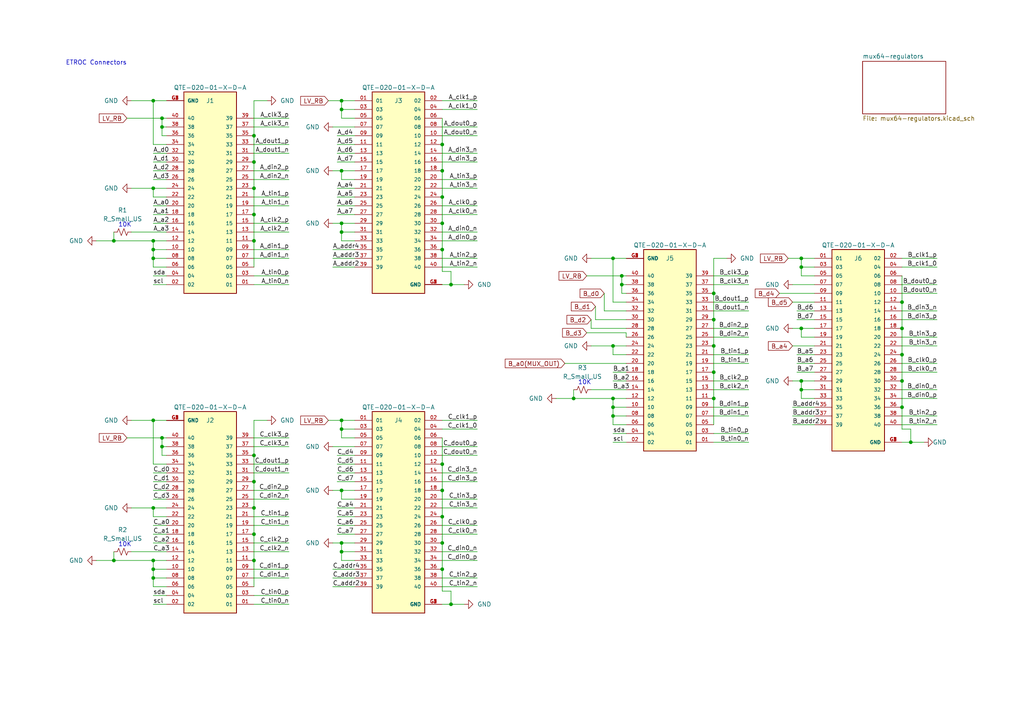
<source format=kicad_sch>
(kicad_sch (version 20211123) (generator eeschema)
  (paper "A4")
  (lib_symbols
    (symbol "Device:R_Small_US" (pin_numbers hide) (pin_names (offset 0.254) hide)
      (property "Reference" "R" (at 0.762 0.508 0))
      (property "Value" "R_Small_US" (at 0.762 -1.016 0))
      (symbol "R_Small_US_1_1"
        (polyline (pts (xy 0 0) (xy 1.016 -0.381) (xy 0 -0.762) (xy -1.016 -1.143) (xy 0 -1.524)))
        (polyline (pts (xy 0 1.524) (xy 1.016 1.143) (xy 0 0.762) (xy -1.016 0.381) (xy 0 0)))
        (pin passive line (at 0 2.54 270) (length 1.016) (name "~") (number "1"))
        (pin passive line (at 0 -2.54 90) (length 1.016) (name "~") (number "2"))
      )
    )
    (symbol "QTE-020-01-X-D-A:QTE-020-01-X-D-A" (pin_names (offset 1.016))
      (property "Reference" "J" (at -7.62 28.702 0))
      (property "Value" "QTE-020-01-X-D-A" (at -7.62 -31.242 0))
      (symbol "QTE-020-01-X-D-A_0_0"
        (rectangle (start -7.62 -30.48) (end 7.62 27.94) (stroke (width 0.254)) (fill (type background)))
        (pin passive line (at -12.7 25.4 0) (length 5.08) (name "01") (number "01"))
        (pin passive line (at 12.7 25.4 180) (length 5.08) (name "02") (number "02"))
        (pin passive line (at -12.7 22.86 0) (length 5.08) (name "03") (number "03"))
        (pin passive line (at 12.7 22.86 180) (length 5.08) (name "04") (number "04"))
        (pin passive line (at -12.7 20.32 0) (length 5.08) (name "05") (number "05"))
        (pin passive line (at 12.7 20.32 180) (length 5.08) (name "06") (number "06"))
        (pin passive line (at -12.7 17.78 0) (length 5.08) (name "07") (number "07"))
        (pin passive line (at 12.7 17.78 180) (length 5.08) (name "08") (number "08"))
        (pin passive line (at -12.7 15.24 0) (length 5.08) (name "09") (number "09"))
        (pin passive line (at 12.7 15.24 180) (length 5.08) (name "10") (number "10"))
        (pin passive line (at -12.7 12.7 0) (length 5.08) (name "11") (number "11"))
        (pin passive line (at 12.7 12.7 180) (length 5.08) (name "12") (number "12"))
        (pin passive line (at -12.7 10.16 0) (length 5.08) (name "13") (number "13"))
        (pin passive line (at 12.7 10.16 180) (length 5.08) (name "14") (number "14"))
        (pin passive line (at -12.7 7.62 0) (length 5.08) (name "15") (number "15"))
        (pin passive line (at 12.7 7.62 180) (length 5.08) (name "16") (number "16"))
        (pin passive line (at -12.7 5.08 0) (length 5.08) (name "17") (number "17"))
        (pin passive line (at 12.7 5.08 180) (length 5.08) (name "18") (number "18"))
        (pin passive line (at -12.7 2.54 0) (length 5.08) (name "19") (number "19"))
        (pin passive line (at 12.7 2.54 180) (length 5.08) (name "20") (number "20"))
        (pin passive line (at -12.7 0 0) (length 5.08) (name "21") (number "21"))
        (pin passive line (at 12.7 0 180) (length 5.08) (name "22") (number "22"))
        (pin passive line (at -12.7 -2.54 0) (length 5.08) (name "23") (number "23"))
        (pin passive line (at 12.7 -2.54 180) (length 5.08) (name "24") (number "24"))
        (pin passive line (at -12.7 -5.08 0) (length 5.08) (name "25") (number "25"))
        (pin passive line (at 12.7 -5.08 180) (length 5.08) (name "26") (number "26"))
        (pin passive line (at -12.7 -7.62 0) (length 5.08) (name "27") (number "27"))
        (pin passive line (at 12.7 -7.62 180) (length 5.08) (name "28") (number "28"))
        (pin passive line (at -12.7 -10.16 0) (length 5.08) (name "29") (number "29"))
        (pin passive line (at 12.7 -10.16 180) (length 5.08) (name "30") (number "30"))
        (pin passive line (at -12.7 -12.7 0) (length 5.08) (name "31") (number "31"))
        (pin passive line (at 12.7 -12.7 180) (length 5.08) (name "32") (number "32"))
        (pin passive line (at -12.7 -15.24 0) (length 5.08) (name "33") (number "33"))
        (pin passive line (at 12.7 -15.24 180) (length 5.08) (name "34") (number "34"))
        (pin passive line (at -12.7 -17.78 0) (length 5.08) (name "35") (number "35"))
        (pin passive line (at 12.7 -17.78 180) (length 5.08) (name "36") (number "36"))
        (pin passive line (at -12.7 -20.32 0) (length 5.08) (name "37") (number "37"))
        (pin passive line (at 12.7 -20.32 180) (length 5.08) (name "38") (number "38"))
        (pin passive line (at -12.7 -22.86 0) (length 5.08) (name "39") (number "39"))
        (pin passive line (at 12.7 -22.86 180) (length 5.08) (name "40") (number "40"))
        (pin power_in line (at 12.7 -27.94 180) (length 5.08) (name "GND") (number "G1"))
        (pin power_in line (at 12.7 -27.94 180) (length 5.08) (name "GND") (number "G2"))
        (pin power_in line (at 12.7 -27.94 180) (length 5.08) (name "GND") (number "G3"))
        (pin power_in line (at 12.7 -27.94 180) (length 5.08) (name "GND") (number "G4"))
      )
    )
    (symbol "power:GND" (power) (pin_names (offset 0))
      (property "Value" "GND" (at 0 -3.81 0))
      (symbol "GND_0_1"
        (polyline (pts (xy 0 0) (xy 0 -1.27) (xy 1.27 -1.27) (xy 0 -2.54) (xy -1.27 -1.27) (xy 0 -1.27)))
      )
      (symbol "GND_1_1"
        (pin power_in line (at 0 0 270) (length 0) hide (name "GND") (number "1"))
      )
    )
  )
  (junction (at 99.06 49.53))
  (junction (at 207.01 85.09))
  (junction (at 44.45 74.93))
  (junction (at 44.45 121.92))
  (junction (at 261.62 110.49))
  (junction (at 44.45 69.85))
  (junction (at 128.27 157.48))
  (junction (at 73.66 46.99))
  (junction (at 73.66 39.37))
  (junction (at 73.66 147.32))
  (junction (at 232.41 74.93))
  (junction (at 99.06 64.77))
  (junction (at 166.37 115.57))
  (junction (at 207.01 107.95))
  (junction (at 33.02 69.85))
  (junction (at 73.66 54.61))
  (junction (at 46.99 34.29))
  (junction (at 207.01 115.57))
  (junction (at 264.16 128.27))
  (junction (at 99.06 160.02))
  (junction (at 73.66 69.85))
  (junction (at 261.62 87.63))
  (junction (at 99.06 29.21))
  (junction (at 128.27 149.86))
  (junction (at 33.02 162.56))
  (junction (at 73.66 132.08))
  (junction (at 99.06 124.46))
  (junction (at 130.81 82.55))
  (junction (at 44.45 147.32))
  (junction (at 73.66 139.7))
  (junction (at 73.66 62.23))
  (junction (at 180.34 82.55))
  (junction (at 261.62 102.87))
  (junction (at 128.27 142.24))
  (junction (at 232.41 77.47))
  (junction (at 207.01 100.33))
  (junction (at 73.66 162.56))
  (junction (at 177.8 120.65))
  (junction (at 44.45 54.61))
  (junction (at 232.41 113.03))
  (junction (at 73.66 154.94))
  (junction (at 207.01 92.71))
  (junction (at 128.27 134.62))
  (junction (at 44.45 29.21))
  (junction (at 46.99 36.83))
  (junction (at 130.81 175.26))
  (junction (at 128.27 72.39))
  (junction (at 128.27 49.53))
  (junction (at 180.34 80.01))
  (junction (at 128.27 165.1))
  (junction (at 177.8 118.11))
  (junction (at 44.45 72.39))
  (junction (at 232.41 95.25))
  (junction (at 128.27 64.77))
  (junction (at 177.8 100.33))
  (junction (at 232.41 110.49))
  (junction (at 99.06 142.24))
  (junction (at 261.62 118.11))
  (junction (at 99.06 121.92))
  (junction (at 177.8 115.57))
  (junction (at 261.62 95.25))
  (junction (at 44.45 167.64))
  (junction (at 44.45 165.1))
  (junction (at 177.8 74.93))
  (junction (at 46.99 127))
  (junction (at 44.45 162.56))
  (junction (at 128.27 41.91))
  (junction (at 46.99 129.54))
  (junction (at 128.27 57.15))
  (junction (at 99.06 67.31))
  (junction (at 99.06 31.75))
  (junction (at 99.06 157.48))
  (wire (pts (xy 46.99 34.29) (xy 48.26 34.29)))
  (wire (pts (xy 97.79 41.91) (xy 102.87 41.91)))
  (wire (pts (xy 99.06 49.53) (xy 99.06 52.07)))
  (wire (pts (xy 44.45 170.18) (xy 48.26 170.18)))
  (wire (pts (xy 128.27 49.53) (xy 128.27 57.15)))
  (wire (pts (xy 96.52 64.77) (xy 99.06 64.77)))
  (wire (pts (xy 44.45 41.91) (xy 44.45 29.21)))
  (wire (pts (xy 38.1 147.32) (xy 44.45 147.32)))
  (wire (pts (xy 128.27 59.69) (xy 138.43 59.69)))
  (wire (pts (xy 231.14 92.71) (xy 236.22 92.71)))
  (wire (pts (xy 138.43 67.31) (xy 128.27 67.31)))
  (wire (pts (xy 271.78 113.03) (xy 261.62 113.03)))
  (wire (pts (xy 83.82 64.77) (xy 73.66 64.77)))
  (wire (pts (xy 170.18 96.52) (xy 181.61 96.52)))
  (wire (pts (xy 138.43 31.75) (xy 128.27 31.75)))
  (wire (pts (xy 138.43 36.83) (xy 128.27 36.83)))
  (wire (pts (xy 102.87 124.46) (xy 99.06 124.46)))
  (wire (pts (xy 73.66 162.56) (xy 73.66 170.18)))
  (wire (pts (xy 138.43 77.47) (xy 128.27 77.47)))
  (wire (pts (xy 138.43 170.18) (xy 128.27 170.18)))
  (wire (pts (xy 128.27 62.23) (xy 138.43 62.23)))
  (wire (pts (xy 128.27 157.48) (xy 128.27 165.1)))
  (wire (pts (xy 207.01 107.95) (xy 207.01 115.57)))
  (wire (pts (xy 180.34 80.01) (xy 181.61 80.01)))
  (wire (pts (xy 33.02 162.56) (xy 44.45 162.56)))
  (wire (pts (xy 73.66 46.99) (xy 73.66 54.61)))
  (wire (pts (xy 44.45 144.78) (xy 48.26 144.78)))
  (wire (pts (xy 44.45 69.85) (xy 44.45 72.39)))
  (wire (pts (xy 44.45 152.4) (xy 48.26 152.4)))
  (wire (pts (xy 44.45 165.1) (xy 48.26 165.1)))
  (wire (pts (xy 232.41 115.57) (xy 236.22 115.57)))
  (wire (pts (xy 99.06 144.78) (xy 102.87 144.78)))
  (wire (pts (xy 180.34 82.55) (xy 181.61 82.55)))
  (wire (pts (xy 264.16 128.27) (xy 267.97 128.27)))
  (wire (pts (xy 138.43 162.56) (xy 128.27 162.56)))
  (wire (pts (xy 130.81 171.45) (xy 128.27 171.45)))
  (wire (pts (xy 36.83 127) (xy 46.99 127)))
  (wire (pts (xy 99.06 121.92) (xy 102.87 121.92)))
  (wire (pts (xy 261.62 110.49) (xy 261.62 118.11)))
  (wire (pts (xy 217.17 97.79) (xy 207.01 97.79)))
  (wire (pts (xy 130.81 175.26) (xy 130.81 171.45)))
  (wire (pts (xy 83.82 160.02) (xy 73.66 160.02)))
  (wire (pts (xy 271.78 77.47) (xy 261.62 77.47)))
  (wire (pts (xy 73.66 69.85) (xy 73.66 77.47)))
  (wire (pts (xy 44.45 175.26) (xy 48.26 175.26)))
  (wire (pts (xy 96.52 72.39) (xy 102.87 72.39)))
  (wire (pts (xy 83.82 52.07) (xy 73.66 52.07)))
  (wire (pts (xy 83.82 41.91) (xy 73.66 41.91)))
  (wire (pts (xy 83.82 36.83) (xy 73.66 36.83)))
  (wire (pts (xy 97.79 39.37) (xy 102.87 39.37)))
  (wire (pts (xy 83.82 74.93) (xy 73.66 74.93)))
  (wire (pts (xy 232.41 110.49) (xy 232.41 113.03)))
  (wire (pts (xy 46.99 129.54) (xy 46.99 132.08)))
  (wire (pts (xy 261.62 128.27) (xy 264.16 128.27)))
  (wire (pts (xy 177.8 107.95) (xy 181.61 107.95)))
  (wire (pts (xy 232.41 113.03) (xy 232.41 115.57)))
  (wire (pts (xy 46.99 127) (xy 48.26 127)))
  (wire (pts (xy 231.14 102.87) (xy 236.22 102.87)))
  (wire (pts (xy 229.87 87.63) (xy 236.22 87.63)))
  (wire (pts (xy 226.06 85.09) (xy 236.22 85.09)))
  (wire (pts (xy 99.06 67.31) (xy 99.06 69.85)))
  (wire (pts (xy 217.17 128.27) (xy 207.01 128.27)))
  (wire (pts (xy 180.34 80.01) (xy 180.34 82.55)))
  (wire (pts (xy 83.82 67.31) (xy 73.66 67.31)))
  (wire (pts (xy 96.52 170.18) (xy 102.87 170.18)))
  (wire (pts (xy 83.82 82.55) (xy 73.66 82.55)))
  (wire (pts (xy 261.62 87.63) (xy 261.62 95.25)))
  (wire (pts (xy 128.27 152.4) (xy 138.43 152.4)))
  (wire (pts (xy 99.06 31.75) (xy 99.06 34.29)))
  (wire (pts (xy 27.94 69.85) (xy 33.02 69.85)))
  (wire (pts (xy 232.41 95.25) (xy 232.41 97.79)))
  (wire (pts (xy 138.43 160.02) (xy 128.27 160.02)))
  (wire (pts (xy 261.62 118.11) (xy 261.62 124.46)))
  (wire (pts (xy 38.1 54.61) (xy 44.45 54.61)))
  (wire (pts (xy 128.27 175.26) (xy 130.81 175.26)))
  (wire (pts (xy 177.8 118.11) (xy 177.8 120.65)))
  (wire (pts (xy 44.45 59.69) (xy 48.26 59.69)))
  (wire (pts (xy 44.45 57.15) (xy 48.26 57.15)))
  (wire (pts (xy 138.43 39.37) (xy 128.27 39.37)))
  (wire (pts (xy 48.26 134.62) (xy 44.45 134.62)))
  (wire (pts (xy 171.45 74.93) (xy 177.8 74.93)))
  (wire (pts (xy 44.45 29.21) (xy 48.26 29.21)))
  (wire (pts (xy 128.27 127) (xy 128.27 134.62)))
  (wire (pts (xy 207.01 100.33) (xy 207.01 107.95)))
  (wire (pts (xy 27.94 162.56) (xy 33.02 162.56)))
  (wire (pts (xy 99.06 29.21) (xy 99.06 31.75)))
  (wire (pts (xy 271.78 82.55) (xy 261.62 82.55)))
  (wire (pts (xy 38.1 67.31) (xy 48.26 67.31)))
  (wire (pts (xy 207.01 85.09) (xy 207.01 92.71)))
  (wire (pts (xy 36.83 34.29) (xy 46.99 34.29)))
  (wire (pts (xy 96.52 36.83) (xy 102.87 36.83)))
  (wire (pts (xy 83.82 57.15) (xy 73.66 57.15)))
  (wire (pts (xy 44.45 62.23) (xy 48.26 62.23)))
  (wire (pts (xy 33.02 69.85) (xy 44.45 69.85)))
  (wire (pts (xy 217.17 125.73) (xy 207.01 125.73)))
  (wire (pts (xy 217.17 90.17) (xy 207.01 90.17)))
  (wire (pts (xy 261.62 80.01) (xy 261.62 87.63)))
  (wire (pts (xy 44.45 72.39) (xy 44.45 74.93)))
  (wire (pts (xy 97.79 134.62) (xy 102.87 134.62)))
  (wire (pts (xy 83.82 172.72) (xy 73.66 172.72)))
  (wire (pts (xy 171.45 95.25) (xy 181.61 95.25)))
  (wire (pts (xy 46.99 127) (xy 46.99 129.54)))
  (wire (pts (xy 99.06 142.24) (xy 99.06 144.78)))
  (wire (pts (xy 264.16 128.27) (xy 264.16 124.46)))
  (wire (pts (xy 138.43 52.07) (xy 128.27 52.07)))
  (wire (pts (xy 177.8 118.11) (xy 181.61 118.11)))
  (wire (pts (xy 99.06 157.48) (xy 102.87 157.48)))
  (wire (pts (xy 96.52 129.54) (xy 102.87 129.54)))
  (wire (pts (xy 44.45 149.86) (xy 48.26 149.86)))
  (wire (pts (xy 172.72 88.9) (xy 172.72 92.71)))
  (wire (pts (xy 271.78 74.93) (xy 261.62 74.93)))
  (wire (pts (xy 44.45 162.56) (xy 48.26 162.56)))
  (wire (pts (xy 231.14 107.95) (xy 236.22 107.95)))
  (wire (pts (xy 177.8 100.33) (xy 177.8 102.87)))
  (wire (pts (xy 271.78 115.57) (xy 261.62 115.57)))
  (wire (pts (xy 44.45 77.47) (xy 48.26 77.47)))
  (wire (pts (xy 99.06 29.21) (xy 102.87 29.21)))
  (wire (pts (xy 171.45 113.03) (xy 181.61 113.03)))
  (wire (pts (xy 44.45 147.32) (xy 44.45 149.86)))
  (wire (pts (xy 83.82 80.01) (xy 73.66 80.01)))
  (wire (pts (xy 99.06 124.46) (xy 99.06 127)))
  (wire (pts (xy 217.17 102.87) (xy 207.01 102.87)))
  (wire (pts (xy 138.43 121.92) (xy 128.27 121.92)))
  (wire (pts (xy 73.66 29.21) (xy 77.47 29.21)))
  (wire (pts (xy 138.43 74.93) (xy 128.27 74.93)))
  (wire (pts (xy 38.1 160.02) (xy 48.26 160.02)))
  (wire (pts (xy 83.82 137.16) (xy 73.66 137.16)))
  (wire (pts (xy 38.1 29.21) (xy 44.45 29.21)))
  (wire (pts (xy 217.17 113.03) (xy 207.01 113.03)))
  (wire (pts (xy 177.8 128.27) (xy 181.61 128.27)))
  (wire (pts (xy 128.27 154.94) (xy 138.43 154.94)))
  (wire (pts (xy 232.41 95.25) (xy 236.22 95.25)))
  (wire (pts (xy 177.8 74.93) (xy 181.61 74.93)))
  (wire (pts (xy 217.17 87.63) (xy 207.01 87.63)))
  (wire (pts (xy 172.72 92.71) (xy 181.61 92.71)))
  (wire (pts (xy 83.82 142.24) (xy 73.66 142.24)))
  (wire (pts (xy 96.52 167.64) (xy 102.87 167.64)))
  (wire (pts (xy 166.37 113.03) (xy 166.37 115.57)))
  (wire (pts (xy 207.01 74.93) (xy 207.01 85.09)))
  (wire (pts (xy 261.62 95.25) (xy 261.62 102.87)))
  (wire (pts (xy 46.99 34.29) (xy 46.99 36.83)))
  (wire (pts (xy 46.99 39.37) (xy 48.26 39.37)))
  (wire (pts (xy 236.22 80.01) (xy 232.41 80.01)))
  (wire (pts (xy 83.82 72.39) (xy 73.66 72.39)))
  (wire (pts (xy 97.79 152.4) (xy 102.87 152.4)))
  (wire (pts (xy 177.8 110.49) (xy 181.61 110.49)))
  (wire (pts (xy 163.83 105.41) (xy 181.61 105.41)))
  (wire (pts (xy 44.45 74.93) (xy 48.26 74.93)))
  (wire (pts (xy 99.06 162.56) (xy 102.87 162.56)))
  (wire (pts (xy 232.41 110.49) (xy 236.22 110.49)))
  (wire (pts (xy 180.34 85.09) (xy 181.61 85.09)))
  (wire (pts (xy 177.8 100.33) (xy 181.61 100.33)))
  (wire (pts (xy 73.66 147.32) (xy 73.66 154.94)))
  (wire (pts (xy 232.41 97.79) (xy 236.22 97.79)))
  (wire (pts (xy 95.25 29.21) (xy 99.06 29.21)))
  (wire (pts (xy 207.01 115.57) (xy 207.01 123.19)))
  (wire (pts (xy 264.16 124.46) (xy 261.62 124.46)))
  (wire (pts (xy 128.27 149.86) (xy 128.27 157.48)))
  (wire (pts (xy 97.79 137.16) (xy 102.87 137.16)))
  (wire (pts (xy 44.45 147.32) (xy 48.26 147.32)))
  (wire (pts (xy 128.27 165.1) (xy 128.27 171.45)))
  (wire (pts (xy 130.81 175.26) (xy 134.62 175.26)))
  (wire (pts (xy 44.45 154.94) (xy 48.26 154.94)))
  (wire (pts (xy 231.14 90.17) (xy 236.22 90.17)))
  (wire (pts (xy 180.34 82.55) (xy 180.34 85.09)))
  (wire (pts (xy 83.82 49.53) (xy 73.66 49.53)))
  (wire (pts (xy 97.79 46.99) (xy 102.87 46.99)))
  (wire (pts (xy 73.66 29.21) (xy 73.66 39.37)))
  (wire (pts (xy 83.82 149.86) (xy 73.66 149.86)))
  (wire (pts (xy 44.45 165.1) (xy 44.45 167.64)))
  (wire (pts (xy 83.82 127) (xy 73.66 127)))
  (wire (pts (xy 166.37 115.57) (xy 177.8 115.57)))
  (wire (pts (xy 38.1 121.92) (xy 44.45 121.92)))
  (wire (pts (xy 83.82 175.26) (xy 73.66 175.26)))
  (wire (pts (xy 138.43 44.45) (xy 128.27 44.45)))
  (wire (pts (xy 44.45 167.64) (xy 44.45 170.18)))
  (wire (pts (xy 44.45 162.56) (xy 44.45 165.1)))
  (wire (pts (xy 175.26 90.17) (xy 181.61 90.17)))
  (wire (pts (xy 83.82 167.64) (xy 73.66 167.64)))
  (wire (pts (xy 271.78 120.65) (xy 261.62 120.65)))
  (wire (pts (xy 44.45 134.62) (xy 44.45 121.92)))
  (wire (pts (xy 102.87 160.02) (xy 99.06 160.02)))
  (wire (pts (xy 217.17 95.25) (xy 207.01 95.25)))
  (wire (pts (xy 102.87 31.75) (xy 99.06 31.75)))
  (wire (pts (xy 44.45 69.85) (xy 48.26 69.85)))
  (wire (pts (xy 73.66 62.23) (xy 73.66 69.85)))
  (wire (pts (xy 217.17 110.49) (xy 207.01 110.49)))
  (wire (pts (xy 128.27 41.91) (xy 128.27 49.53)))
  (wire (pts (xy 130.81 82.55) (xy 130.81 78.74)))
  (wire (pts (xy 83.82 129.54) (xy 73.66 129.54)))
  (wire (pts (xy 99.06 69.85) (xy 102.87 69.85)))
  (wire (pts (xy 271.78 123.19) (xy 261.62 123.19)))
  (wire (pts (xy 229.87 110.49) (xy 232.41 110.49)))
  (wire (pts (xy 97.79 154.94) (xy 102.87 154.94)))
  (wire (pts (xy 271.78 97.79) (xy 261.62 97.79)))
  (wire (pts (xy 177.8 123.19) (xy 181.61 123.19)))
  (wire (pts (xy 130.81 78.74) (xy 128.27 78.74)))
  (wire (pts (xy 44.45 82.55) (xy 48.26 82.55)))
  (wire (pts (xy 73.66 132.08) (xy 73.66 139.7)))
  (wire (pts (xy 261.62 107.95) (xy 271.78 107.95)))
  (wire (pts (xy 46.99 132.08) (xy 48.26 132.08)))
  (wire (pts (xy 177.8 120.65) (xy 177.8 123.19)))
  (wire (pts (xy 171.45 92.71) (xy 171.45 95.25)))
  (wire (pts (xy 44.45 142.24) (xy 48.26 142.24)))
  (wire (pts (xy 44.45 52.07) (xy 48.26 52.07)))
  (wire (pts (xy 44.45 172.72) (xy 48.26 172.72)))
  (wire (pts (xy 96.52 157.48) (xy 99.06 157.48)))
  (wire (pts (xy 97.79 149.86) (xy 102.87 149.86)))
  (wire (pts (xy 138.43 29.21) (xy 128.27 29.21)))
  (wire (pts (xy 217.17 80.01) (xy 207.01 80.01)))
  (wire (pts (xy 177.8 87.63) (xy 177.8 74.93)))
  (wire (pts (xy 97.79 147.32) (xy 102.87 147.32)))
  (wire (pts (xy 44.45 167.64) (xy 48.26 167.64)))
  (wire (pts (xy 44.45 74.93) (xy 44.45 77.47)))
  (wire (pts (xy 171.45 100.33) (xy 177.8 100.33)))
  (wire (pts (xy 99.06 121.92) (xy 99.06 124.46)))
  (wire (pts (xy 73.66 121.92) (xy 77.47 121.92)))
  (wire (pts (xy 44.45 72.39) (xy 48.26 72.39)))
  (wire (pts (xy 229.87 118.11) (xy 236.22 118.11)))
  (wire (pts (xy 99.06 52.07) (xy 102.87 52.07)))
  (wire (pts (xy 73.66 139.7) (xy 73.66 147.32)))
  (wire (pts (xy 96.52 142.24) (xy 99.06 142.24)))
  (wire (pts (xy 161.29 115.57) (xy 166.37 115.57)))
  (wire (pts (xy 73.66 121.92) (xy 73.66 132.08)))
  (wire (pts (xy 44.45 64.77) (xy 48.26 64.77)))
  (wire (pts (xy 229.87 120.65) (xy 236.22 120.65)))
  (wire (pts (xy 73.66 154.94) (xy 73.66 162.56)))
  (wire (pts (xy 44.45 46.99) (xy 48.26 46.99)))
  (wire (pts (xy 73.66 54.61) (xy 73.66 62.23)))
  (wire (pts (xy 138.43 129.54) (xy 128.27 129.54)))
  (wire (pts (xy 236.22 113.03) (xy 232.41 113.03)))
  (wire (pts (xy 236.22 77.47) (xy 232.41 77.47)))
  (wire (pts (xy 271.78 92.71) (xy 261.62 92.71)))
  (wire (pts (xy 232.41 74.93) (xy 232.41 77.47)))
  (wire (pts (xy 99.06 142.24) (xy 102.87 142.24)))
  (wire (pts (xy 83.82 157.48) (xy 73.66 157.48)))
  (wire (pts (xy 177.8 115.57) (xy 177.8 118.11)))
  (wire (pts (xy 128.27 34.29) (xy 128.27 41.91)))
  (wire (pts (xy 44.45 157.48) (xy 48.26 157.48)))
  (wire (pts (xy 46.99 129.54) (xy 48.26 129.54)))
  (wire (pts (xy 138.43 69.85) (xy 128.27 69.85)))
  (wire (pts (xy 138.43 132.08) (xy 128.27 132.08)))
  (wire (pts (xy 130.81 82.55) (xy 134.62 82.55)))
  (wire (pts (xy 229.87 95.25) (xy 232.41 95.25)))
  (wire (pts (xy 44.45 80.01) (xy 48.26 80.01)))
  (wire (pts (xy 138.43 46.99) (xy 128.27 46.99)))
  (wire (pts (xy 99.06 64.77) (xy 99.06 67.31)))
  (wire (pts (xy 97.79 44.45) (xy 102.87 44.45)))
  (wire (pts (xy 217.17 105.41) (xy 207.01 105.41)))
  (wire (pts (xy 170.18 80.01) (xy 180.34 80.01)))
  (wire (pts (xy 83.82 152.4) (xy 73.66 152.4)))
  (wire (pts (xy 177.8 125.73) (xy 181.61 125.73)))
  (wire (pts (xy 73.66 39.37) (xy 73.66 46.99)))
  (wire (pts (xy 138.43 147.32) (xy 128.27 147.32)))
  (wire (pts (xy 44.45 54.61) (xy 44.45 57.15)))
  (wire (pts (xy 181.61 96.52) (xy 181.61 97.79)))
  (wire (pts (xy 44.45 137.16) (xy 48.26 137.16)))
  (wire (pts (xy 95.25 121.92) (xy 99.06 121.92)))
  (wire (pts (xy 261.62 105.41) (xy 271.78 105.41)))
  (wire (pts (xy 217.17 118.11) (xy 207.01 118.11)))
  (wire (pts (xy 138.43 144.78) (xy 128.27 144.78)))
  (wire (pts (xy 102.87 127) (xy 99.06 127)))
  (wire (pts (xy 97.79 132.08) (xy 102.87 132.08)))
  (wire (pts (xy 207.01 92.71) (xy 207.01 100.33)))
  (wire (pts (xy 83.82 34.29) (xy 73.66 34.29)))
  (wire (pts (xy 181.61 87.63) (xy 177.8 87.63)))
  (wire (pts (xy 271.78 100.33) (xy 261.62 100.33)))
  (wire (pts (xy 97.79 57.15) (xy 102.87 57.15)))
  (wire (pts (xy 44.45 139.7) (xy 48.26 139.7)))
  (wire (pts (xy 102.87 34.29) (xy 99.06 34.29)))
  (wire (pts (xy 232.41 77.47) (xy 232.41 80.01)))
  (wire (pts (xy 96.52 74.93) (xy 102.87 74.93)))
  (wire (pts (xy 99.06 64.77) (xy 102.87 64.77)))
  (wire (pts (xy 217.17 120.65) (xy 207.01 120.65)))
  (wire (pts (xy 128.27 82.55) (xy 130.81 82.55)))
  (wire (pts (xy 83.82 165.1) (xy 73.66 165.1)))
  (wire (pts (xy 207.01 74.93) (xy 210.82 74.93)))
  (wire (pts (xy 138.43 124.46) (xy 128.27 124.46)))
  (wire (pts (xy 232.41 74.93) (xy 236.22 74.93)))
  (wire (pts (xy 99.06 160.02) (xy 99.06 162.56)))
  (wire (pts (xy 46.99 36.83) (xy 46.99 39.37)))
  (wire (pts (xy 271.78 85.09) (xy 261.62 85.09)))
  (wire (pts (xy 44.45 44.45) (xy 48.26 44.45)))
  (wire (pts (xy 128.27 72.39) (xy 128.27 78.74)))
  (wire (pts (xy 46.99 36.83) (xy 48.26 36.83)))
  (wire (pts (xy 229.87 123.19) (xy 236.22 123.19)))
  (wire (pts (xy 138.43 54.61) (xy 128.27 54.61)))
  (wire (pts (xy 97.79 54.61) (xy 102.87 54.61)))
  (wire (pts (xy 261.62 102.87) (xy 261.62 110.49)))
  (wire (pts (xy 44.45 121.92) (xy 48.26 121.92)))
  (wire (pts (xy 48.26 41.91) (xy 44.45 41.91)))
  (wire (pts (xy 33.02 160.02) (xy 33.02 162.56)))
  (wire (pts (xy 102.87 67.31) (xy 99.06 67.31)))
  (wire (pts (xy 175.26 85.09) (xy 175.26 90.17)))
  (wire (pts (xy 96.52 77.47) (xy 102.87 77.47)))
  (wire (pts (xy 128.27 134.62) (xy 128.27 142.24)))
  (wire (pts (xy 217.17 82.55) (xy 207.01 82.55)))
  (wire (pts (xy 83.82 144.78) (xy 73.66 144.78)))
  (wire (pts (xy 138.43 167.64) (xy 128.27 167.64)))
  (wire (pts (xy 138.43 139.7) (xy 128.27 139.7)))
  (wire (pts (xy 99.06 157.48) (xy 99.06 160.02)))
  (wire (pts (xy 83.82 59.69) (xy 73.66 59.69)))
  (wire (pts (xy 128.27 64.77) (xy 128.27 72.39)))
  (wire (pts (xy 97.79 62.23) (xy 102.87 62.23)))
  (wire (pts (xy 44.45 54.61) (xy 48.26 54.61)))
  (wire (pts (xy 97.79 139.7) (xy 102.87 139.7)))
  (wire (pts (xy 128.27 57.15) (xy 128.27 64.77)))
  (wire (pts (xy 177.8 120.65) (xy 181.61 120.65)))
  (wire (pts (xy 44.45 49.53) (xy 48.26 49.53)))
  (wire (pts (xy 231.14 105.41) (xy 236.22 105.41)))
  (wire (pts (xy 83.82 134.62) (xy 73.66 134.62)))
  (wire (pts (xy 228.6 74.93) (xy 232.41 74.93)))
  (wire (pts (xy 96.52 49.53) (xy 99.06 49.53)))
  (wire (pts (xy 97.79 59.69) (xy 102.87 59.69)))
  (wire (pts (xy 99.06 49.53) (xy 102.87 49.53)))
  (wire (pts (xy 229.87 100.33) (xy 236.22 100.33)))
  (wire (pts (xy 271.78 90.17) (xy 261.62 90.17)))
  (wire (pts (xy 229.87 82.55) (xy 236.22 82.55)))
  (wire (pts (xy 33.02 67.31) (xy 33.02 69.85)))
  (wire (pts (xy 177.8 102.87) (xy 181.61 102.87)))
  (wire (pts (xy 177.8 115.57) (xy 181.61 115.57)))
  (wire (pts (xy 83.82 44.45) (xy 73.66 44.45)))
  (wire (pts (xy 96.52 165.1) (xy 102.87 165.1)))
  (wire (pts (xy 138.43 137.16) (xy 128.27 137.16)))
  (wire (pts (xy 128.27 142.24) (xy 128.27 149.86)))
  (text "ETROC Connectors" (at 19.05 19.05 0) (effects (font (size 1.27 1.27)) (justify left bottom)))
  (text "10K" (at 34.29 158.75 0) (effects (font (size 1.27 1.27)) (justify left bottom)))
  (text "10K" (at 34.29 66.04 0) (effects (font (size 1.27 1.27)) (justify left bottom)))
  (text "10K" (at 167.64 111.76 0) (effects (font (size 1.27 1.27)) (justify left bottom)))
  (label "A_d5" (at 97.79 41.91 0))
  (label "A_d0" (at 44.45 44.45 0))
  (label "B_a1" (at 177.8 107.95 0))
  (label "C_d6" (at 97.79 137.16 0))
  (label "B_tin3_p" (at 271.78 97.79 180))
  (label "scl" (at 44.45 82.55 0))
  (label "B_tin3_n" (at 271.78 100.33 180))
  (label "C_din2_p" (at 83.82 142.24 180))
  (label "scl" (at 44.45 175.26 0))
  (label "A_clk3_p" (at 83.82 34.29 180))
  (label "A_a1" (at 44.45 62.23 0))
  (label "B_clk0_p" (at 271.78 105.41 180))
  (label "C_din0_p" (at 138.43 162.56 180))
  (label "A_din3_p" (at 138.43 46.99 180))
  (label "C_tin1_n" (at 83.82 152.4 180))
  (label "A_din2_p" (at 83.82 49.53 180))
  (label "A_a0" (at 44.45 59.69 0))
  (label "C_din3_n" (at 138.43 137.16 180))
  (label "C_clk2_n" (at 83.82 160.02 180))
  (label "A_tin0_n" (at 83.82 82.55 180))
  (label "B_din2_n" (at 217.17 97.79 180))
  (label "B_addr2" (at 229.87 123.19 0))
  (label "B_dout1_n" (at 217.17 90.17 180))
  (label "A_d6" (at 97.79 44.45 0))
  (label "C_a3" (at 44.45 160.02 0))
  (label "A_clk0_p" (at 138.43 59.69 180))
  (label "C_addr3" (at 96.52 167.64 0))
  (label "C_dout0_p" (at 138.43 129.54 180))
  (label "C_dout0_n" (at 138.43 132.08 180))
  (label "A_d2" (at 44.45 49.53 0))
  (label "A_tin1_n" (at 83.82 59.69 180))
  (label "C_din1_n" (at 83.82 167.64 180))
  (label "A_tin1_p" (at 83.82 57.15 180))
  (label "B_clk2_p" (at 217.17 110.49 180))
  (label "A_dout0_n" (at 138.43 39.37 180))
  (label "A_dout1_p" (at 83.82 41.91 180))
  (label "A_tin2_p" (at 138.43 74.93 180))
  (label "A_a7" (at 97.79 62.23 0))
  (label "scl" (at 177.8 128.27 0))
  (label "C_addr4" (at 96.52 165.1 0))
  (label "B_a6" (at 231.14 105.41 0))
  (label "B_tin0_n" (at 217.17 128.27 180))
  (label "C_d4" (at 97.79 132.08 0))
  (label "C_a2" (at 44.45 157.48 0))
  (label "B_a5" (at 231.14 102.87 0))
  (label "C_d1" (at 44.45 139.7 0))
  (label "B_d7" (at 231.14 92.71 0))
  (label "C_clk0_p" (at 138.43 152.4 180))
  (label "C_tin0_p" (at 83.82 172.72 180))
  (label "sda" (at 44.45 80.01 0))
  (label "C_d2" (at 44.45 142.24 0))
  (label "C_d0" (at 44.45 137.16 0))
  (label "A_addr4" (at 96.52 72.39 0))
  (label "B_tin0_p" (at 217.17 125.73 180))
  (label "C_clk3_n" (at 83.82 129.54 180))
  (label "C_clk1_0" (at 138.43 124.46 180))
  (label "A_tin2_n" (at 138.43 77.47 180))
  (label "sda" (at 44.45 172.72 0))
  (label "C_d7" (at 97.79 139.7 0))
  (label "C_a4" (at 97.79 147.32 0))
  (label "B_dout1_p" (at 217.17 87.63 180))
  (label "B_dout0_p" (at 271.78 82.55 180))
  (label "A_dout0_p" (at 138.43 36.83 180))
  (label "B_din3_n" (at 271.78 90.17 180))
  (label "A_clk2_n" (at 83.82 67.31 180))
  (label "C_clk3_p" (at 83.82 127 180))
  (label "B_din0_p" (at 271.78 115.57 180))
  (label "C_dout1_n" (at 83.82 137.16 180))
  (label "C_dout1_p" (at 83.82 134.62 180))
  (label "B_clk1_0" (at 271.78 77.47 180))
  (label "C_tin2_n" (at 138.43 170.18 180))
  (label "A_din0_n" (at 138.43 67.31 180))
  (label "C_din1_p" (at 83.82 165.1 180))
  (label "A_clk3_n" (at 83.82 36.83 180))
  (label "C_tin3_n" (at 138.43 147.32 180))
  (label "B_clk2_n" (at 217.17 113.03 180))
  (label "C_a5" (at 97.79 149.86 0))
  (label "C_din3_p" (at 138.43 139.7 180))
  (label "A_clk1_0" (at 138.43 31.75 180))
  (label "C_d3" (at 44.45 144.78 0))
  (label "C_a0" (at 44.45 152.4 0))
  (label "C_d5" (at 97.79 134.62 0))
  (label "A_d1" (at 44.45 46.99 0))
  (label "B_din3_p" (at 271.78 92.71 180))
  (label "A_a5" (at 97.79 57.15 0))
  (label "A_din0_p" (at 138.43 69.85 180))
  (label "B_din1_p" (at 217.17 118.11 180))
  (label "C_addr2" (at 96.52 170.18 0))
  (label "A_dout1_n" (at 83.82 44.45 180))
  (label "A_din2_n" (at 83.82 52.07 180))
  (label "A_clk1_p" (at 138.43 29.21 180))
  (label "B_clk0_n" (at 271.78 107.95 180))
  (label "A_tin3_n" (at 138.43 54.61 180))
  (label "A_d4" (at 97.79 39.37 0))
  (label "C_tin0_n" (at 83.82 175.26 180))
  (label "A_a3" (at 44.45 67.31 0))
  (label "B_tin1_n" (at 217.17 105.41 180))
  (label "B_clk3_p" (at 217.17 80.01 180))
  (label "C_tin1_p" (at 83.82 149.86 180))
  (label "C_tin2_p" (at 138.43 167.64 180))
  (label "A_a4" (at 97.79 54.61 0))
  (label "C_a1" (at 44.45 154.94 0))
  (label "B_d6" (at 231.14 90.17 0))
  (label "B_a7" (at 231.14 107.95 0))
  (label "B_a3" (at 177.8 113.03 0))
  (label "B_dout0_n" (at 271.78 85.09 180))
  (label "B_tin1_p" (at 217.17 102.87 180))
  (label "C_clk2_p" (at 83.82 157.48 180))
  (label "B_din1_n" (at 217.17 120.65 180))
  (label "B_din2_p" (at 217.17 95.25 180))
  (label "C_din2_n" (at 83.82 144.78 180))
  (label "A_a6" (at 97.79 59.69 0))
  (label "A_din1_p" (at 83.82 72.39 180))
  (label "C_din0_n" (at 138.43 160.02 180))
  (label "A_a2" (at 44.45 64.77 0))
  (label "A_din1_n" (at 83.82 74.93 180))
  (label "C_clk0_n" (at 138.43 154.94 180))
  (label "B_clk3_n" (at 217.17 82.55 180))
  (label "A_tin3_p" (at 138.43 52.07 180))
  (label "A_clk2_p" (at 83.82 64.77 180))
  (label "B_addr3" (at 229.87 120.65 0))
  (label "B_tin2_p" (at 271.78 120.65 180))
  (label "C_clk1_p" (at 138.43 121.92 180))
  (label "A_addr2" (at 96.52 77.47 0))
  (label "B_a2" (at 177.8 110.49 0))
  (label "A_tin0_p" (at 83.82 80.01 180))
  (label "C_a7" (at 97.79 154.94 0))
  (label "A_clk0_n" (at 138.43 62.23 180))
  (label "C_a6" (at 97.79 152.4 0))
  (label "B_tin2_n" (at 271.78 123.19 180))
  (label "C_tin3_p" (at 138.43 144.78 180))
  (label "B_clk1_p" (at 271.78 74.93 180))
  (label "sda" (at 177.8 125.73 0))
  (label "A_d3" (at 44.45 52.07 0))
  (label "A_din3_n" (at 138.43 44.45 180))
  (label "A_d7" (at 97.79 46.99 0))
  (label "B_din0_n" (at 271.78 113.03 180))
  (label "A_addr3" (at 96.52 74.93 0))
  (label "B_addr4" (at 229.87 118.11 0))
  (global_label "LV_RB" (shape input) (at 36.83 127 180) (property "Intersheet References" "${INTERSHEET_REFS}" (effects hide)))
  (global_label "LV_RB" (shape input) (at 228.6 74.93 180) (property "Intersheet References" "${INTERSHEET_REFS}" (effects hide)))
  (global_label "LV_RB" (shape input) (at 95.25 29.21 180) (property "Intersheet References" "${INTERSHEET_REFS}" (effects hide)))
  (global_label "LV_RB" (shape input) (at 170.18 80.01 180) (property "Intersheet References" "${INTERSHEET_REFS}" (effects hide)))
  (global_label "B_a4" (shape input) (at 229.87 100.33 180) (property "Intersheet References" "${INTERSHEET_REFS}" (effects hide)))
  (global_label "B_d3" (shape input) (at 170.18 96.52 180) (property "Intersheet References" "${INTERSHEET_REFS}" (effects hide)))
  (global_label "LV_RB" (shape input) (at 95.25 121.92 180) (property "Intersheet References" "${INTERSHEET_REFS}" (effects hide)))
  (global_label "B_d1" (shape input) (at 172.72 88.9 180) (property "Intersheet References" "${INTERSHEET_REFS}" (effects hide)))
  (global_label "B_a0(MUX_OUT)" (shape input) (at 163.83 105.41 180) (property "Intersheet References" "${INTERSHEET_REFS}" (effects hide)))
  (global_label "B_d0" (shape input) (at 175.26 85.09 180) (property "Intersheet References" "${INTERSHEET_REFS}" (effects hide)))
  (global_label "B_d4" (shape input) (at 226.06 85.09 180) (property "Intersheet References" "${INTERSHEET_REFS}" (effects hide)))
  (global_label "B_d5" (shape input) (at 229.87 87.63 180) (property "Intersheet References" "${INTERSHEET_REFS}" (effects hide)))
  (global_label "B_d2" (shape input) (at 171.45 92.71 180) (property "Intersheet References" "${INTERSHEET_REFS}" (effects hide)))
  (global_label "LV_RB" (shape input) (at 36.83 34.29 180) (property "Intersheet References" "${INTERSHEET_REFS}" (effects hide)))
  (symbol (lib_id "QTE-020-01-X-D-A:QTE-020-01-X-D-A") (at 115.57 54.61 0) (unit 1)
    (property "Reference" "J3" (at 115.57 29.21 0))
    (property "Value" "QTE-020-01-X-D-A" (at 115.57 25.4 0))
    (property "Footprint" "QTE-020-01-X-D-A:SAMTEC_QTE-020-01-X-D-A" (effects hide))
    (property "STANDARD" "Manufacturer Recommendations" (effects hide))
    (property "MANUFACTURER" "Samtec" (effects hide))
    (property "PARTREV" "K" (effects hide))
    (property "MAXIMUM_PACKAGE_HEIGHT" "4.347 mm" (effects hide))
  )
  (symbol (lib_id "power:GND") (at 96.52 36.83 270) (unit 1)
    (property "Reference" "#PWR0121" (effects hide))
    (property "Value" "GND" (at 92.71 36.8299 90) (effects (justify right)))
  )
  (symbol (lib_id "power:GND") (at 27.94 162.56 270) (unit 1)
    (property "Reference" "#PWR0101" (effects hide))
    (property "Value" "GND" (at 24.13 162.5599 90) (effects (justify right)))
  )
  (symbol (lib_id "power:GND") (at 229.87 95.25 270) (unit 1)
    (property "Reference" "#PWR0114" (effects hide))
    (property "Value" "GND" (at 226.06 95.2499 90) (effects (justify right)))
  )
  (symbol (lib_id "power:GND") (at 38.1 54.61 270) (unit 1)
    (property "Reference" "#PWR0123" (effects hide))
    (property "Value" "GND" (at 34.29 54.6099 90) (effects (justify right)))
  )
  (symbol (lib_id "power:GND") (at 77.47 29.21 90) (unit 1)
    (property "Reference" "#PWR0120" (effects hide))
    (property "Value" "GND" (at 81.28 29.2099 90) (effects (justify right)))
  )
  (symbol (lib_id "QTE-020-01-X-D-A:QTE-020-01-X-D-A") (at 60.96 149.86 180) (unit 1)
    (property "Reference" "J2" (at 60.96 121.92 0))
    (property "Value" "QTE-020-01-X-D-A" (at 60.96 118.11 0))
    (property "Footprint" "QTE-020-01-X-D-A:SAMTEC_QTE-020-01-X-D-A" (effects hide))
    (property "STANDARD" "Manufacturer Recommendations" (effects hide))
    (property "MANUFACTURER" "Samtec" (effects hide))
    (property "PARTREV" "K" (effects hide))
    (property "MAXIMUM_PACKAGE_HEIGHT" "4.347 mm" (effects hide))
  )
  (symbol (lib_id "power:GND") (at 161.29 115.57 270) (unit 1)
    (property "Reference" "#PWR0109" (effects hide))
    (property "Value" "GND" (at 157.48 115.5699 90) (effects (justify right)))
  )
  (symbol (lib_id "power:GND") (at 38.1 29.21 270) (unit 1)
    (property "Reference" "#PWR0124" (effects hide))
    (property "Value" "GND" (at 34.29 29.2099 90) (effects (justify right)))
  )
  (symbol (lib_id "power:GND") (at 27.94 69.85 270) (unit 1)
    (property "Reference" "#PWR0122" (effects hide))
    (property "Value" "GND" (at 24.13 69.8499 90) (effects (justify right)))
  )
  (symbol (lib_id "power:GND") (at 171.45 74.93 270) (unit 1)
    (property "Reference" "#PWR0110" (effects hide))
    (property "Value" "GND" (at 167.64 74.9299 90) (effects (justify right)))
  )
  (symbol (lib_id "QTE-020-01-X-D-A:QTE-020-01-X-D-A") (at 248.92 100.33 0) (unit 1)
    (property "Reference" "J6" (at 248.92 74.93 0))
    (property "Value" "QTE-020-01-X-D-A" (at 248.92 71.12 0))
    (property "Footprint" "QTE-020-01-X-D-A:SAMTEC_QTE-020-01-X-D-A" (effects hide))
    (property "STANDARD" "Manufacturer Recommendations" (effects hide))
    (property "MANUFACTURER" "Samtec" (effects hide))
    (property "PARTREV" "K" (effects hide))
    (property "MAXIMUM_PACKAGE_HEIGHT" "4.347 mm" (effects hide))
  )
  (symbol (lib_id "power:GND") (at 38.1 147.32 270) (unit 1)
    (property "Reference" "#PWR0104" (effects hide))
    (property "Value" "GND" (at 34.29 147.3199 90) (effects (justify right)))
  )
  (symbol (lib_id "power:GND") (at 267.97 128.27 90) (unit 1)
    (property "Reference" "#PWR0116" (effects hide))
    (property "Value" "GND" (at 270.51 128.27 90) (effects (justify right)))
  )
  (symbol (lib_id "QTE-020-01-X-D-A:QTE-020-01-X-D-A") (at 60.96 57.15 180) (unit 1)
    (property "Reference" "J1" (at 60.96 29.21 0))
    (property "Value" "QTE-020-01-X-D-A" (at 60.96 25.4 0))
    (property "Footprint" "QTE-020-01-X-D-A:SAMTEC_QTE-020-01-X-D-A" (effects hide))
    (property "STANDARD" "Manufacturer Recommendations" (effects hide))
    (property "MANUFACTURER" "Samtec" (effects hide))
    (property "PARTREV" "K" (effects hide))
    (property "MAXIMUM_PACKAGE_HEIGHT" "4.347 mm" (effects hide))
  )
  (symbol (lib_id "QTE-020-01-X-D-A:QTE-020-01-X-D-A") (at 115.57 147.32 0) (unit 1)
    (property "Reference" "J4" (at 115.57 121.92 0))
    (property "Value" "QTE-020-01-X-D-A" (at 115.57 118.11 0))
    (property "Footprint" "QTE-020-01-X-D-A:SAMTEC_QTE-020-01-X-D-A" (effects hide))
    (property "STANDARD" "Manufacturer Recommendations" (effects hide))
    (property "MANUFACTURER" "Samtec" (effects hide))
    (property "PARTREV" "K" (effects hide))
    (property "MAXIMUM_PACKAGE_HEIGHT" "4.347 mm" (effects hide))
  )
  (symbol (lib_id "power:GND") (at 96.52 142.24 270) (unit 1)
    (property "Reference" "#PWR0107" (effects hide))
    (property "Value" "GND" (at 92.71 142.2399 90) (effects (justify right)))
  )
  (symbol (lib_id "power:GND") (at 96.52 49.53 270) (unit 1)
    (property "Reference" "#PWR0118" (effects hide))
    (property "Value" "GND" (at 92.71 49.5299 90) (effects (justify right)))
  )
  (symbol (lib_id "power:GND") (at 96.52 129.54 270) (unit 1)
    (property "Reference" "#PWR0108" (effects hide))
    (property "Value" "GND" (at 92.71 129.5399 90) (effects (justify right)))
  )
  (symbol (lib_id "Device:R_Small_US") (at 35.56 67.31 90) (unit 1)
    (property "Reference" "R1" (at 35.56 60.96 90))
    (property "Value" "R_Small_US" (at 35.56 63.5 90))
    (property "Footprint" "Resistor_SMD:R_0603_1608Metric" (effects hide))
  )
  (symbol (lib_id "power:GND") (at 38.1 121.92 270) (unit 1)
    (property "Reference" "#PWR0105" (effects hide))
    (property "Value" "GND" (at 34.29 121.9199 90) (effects (justify right)))
  )
  (symbol (lib_id "power:GND") (at 96.52 157.48 270) (unit 1)
    (property "Reference" "#PWR0106" (effects hide))
    (property "Value" "GND" (at 92.71 157.4799 90) (effects (justify right)))
  )
  (symbol (lib_id "power:GND") (at 171.45 100.33 270) (unit 1)
    (property "Reference" "#PWR0111" (effects hide))
    (property "Value" "GND" (at 167.64 100.3299 90) (effects (justify right)))
  )
  (symbol (lib_id "power:GND") (at 77.47 121.92 90) (unit 1)
    (property "Reference" "#PWR0103" (effects hide))
    (property "Value" "GND" (at 81.28 121.9199 90) (effects (justify right)))
  )
  (symbol (lib_id "power:GND") (at 96.52 64.77 270) (unit 1)
    (property "Reference" "#PWR0117" (effects hide))
    (property "Value" "GND" (at 92.71 64.7699 90) (effects (justify right)))
  )
  (symbol (lib_id "Device:R_Small_US") (at 168.91 113.03 90) (unit 1)
    (property "Reference" "R3" (at 168.91 106.68 90))
    (property "Value" "R_Small_US" (at 168.91 109.22 90))
    (property "Footprint" "Resistor_SMD:R_0603_1608Metric" (effects hide))
  )
  (symbol (lib_id "power:GND") (at 134.62 82.55 90) (unit 1)
    (property "Reference" "#PWR0119" (effects hide))
    (property "Value" "GND" (at 138.43 82.5499 90) (effects (justify right)))
  )
  (symbol (lib_id "Device:R_Small_US") (at 35.56 160.02 90) (unit 1)
    (property "Reference" "R2" (at 35.56 153.67 90))
    (property "Value" "R_Small_US" (at 35.56 156.21 90))
    (property "Footprint" "Resistor_SMD:R_0603_1608Metric" (effects hide))
  )
  (symbol (lib_id "power:GND") (at 134.62 175.26 90) (unit 1)
    (property "Reference" "#PWR0102" (effects hide))
    (property "Value" "GND" (at 138.43 175.2599 90) (effects (justify right)))
  )
  (symbol (lib_id "power:GND") (at 210.82 74.93 90) (unit 1)
    (property "Reference" "#PWR0113" (effects hide))
    (property "Value" "GND" (at 214.63 74.9299 90) (effects (justify right)))
  )
  (symbol (lib_id "power:GND") (at 229.87 82.55 270) (unit 1)
    (property "Reference" "#PWR0115" (effects hide))
    (property "Value" "GND" (at 226.06 82.5499 90) (effects (justify right)))
  )
  (symbol (lib_id "power:GND") (at 229.87 110.49 270) (unit 1)
    (property "Reference" "#PWR0112" (effects hide))
    (property "Value" "GND" (at 226.06 110.4899 90) (effects (justify right)))
  )
  (symbol (lib_id "QTE-020-01-X-D-A:QTE-020-01-X-D-A") (at 194.31 102.87 180) (unit 1)
    (property "Reference" "J5" (at 194.31 74.93 0))
    (property "Value" "QTE-020-01-X-D-A" (at 194.31 71.12 0))
    (property "Footprint" "QTE-020-01-X-D-A:SAMTEC_QTE-020-01-X-D-A" (effects hide))
    (property "STANDARD" "Manufacturer Recommendations" (effects hide))
    (property "MANUFACTURER" "Samtec" (effects hide))
    (property "PARTREV" "K" (effects hide))
    (property "MAXIMUM_PACKAGE_HEIGHT" "4.347 mm" (effects hide))
  )
  (sheet (at 250.19 17.78) (size 24.13 15.24) (stroke (width 0.1524))
    (property "Sheet name" "mux64-regulators" (at 250.19 17.0684 0) (effects (justify left bottom)))
    (property "Sheet file" "mux64-regulators.kicad_sch" (at 250.19 33.6046 0) (effects (justify left top)))
  )
)
</source>
